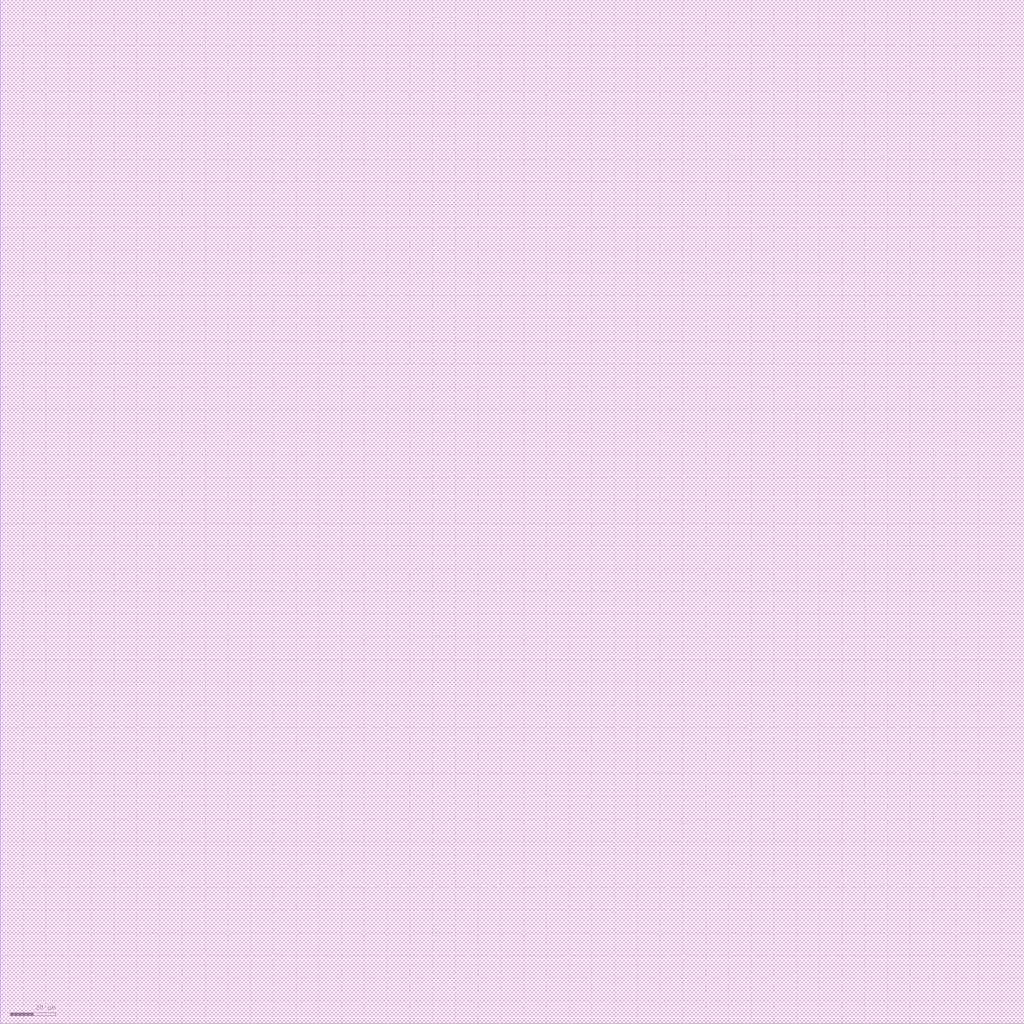
<source format=lef>
VERSION 5.8 ;

MACRO greyhound_logo
  CLASS BLOCK ;
  ORIGIN 0 0 ;
  FOREIGN tt_logo 0 0 ;
  SIZE 450.0 BY 450.0 ;

  OBS
    LAYER TopMetal2 ;
      RECT 0 0 450.0 450.0 ;
  END
END greyhound_logo

</source>
